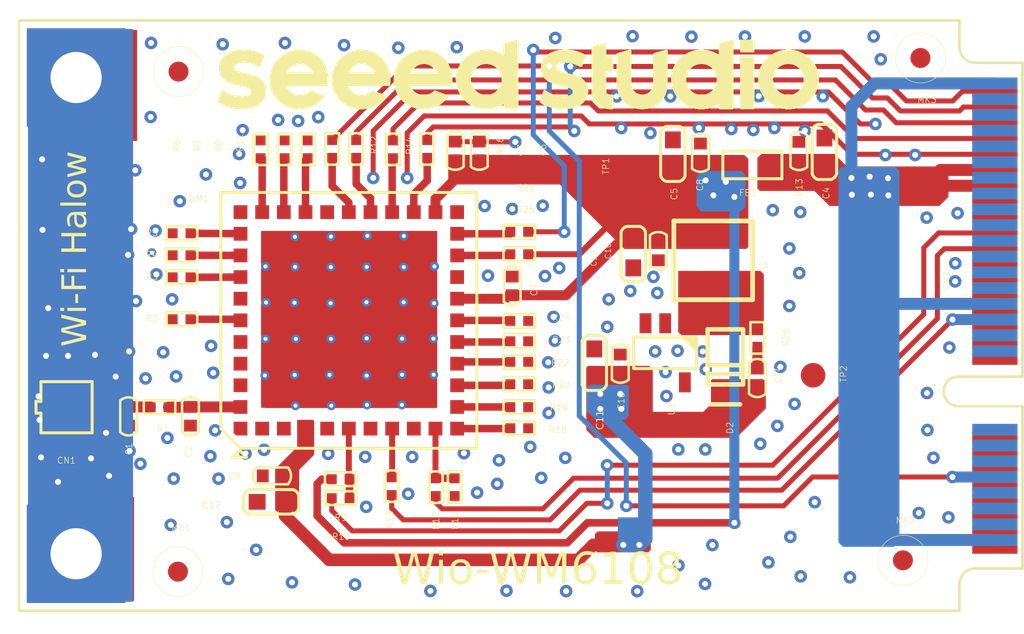
<source format=kicad_pcb>
(kicad_pcb
	(version 20240108)
	(generator "pcbnew")
	(generator_version "8.0")
	(general
		(thickness 1.6)
		(legacy_teardrops no)
	)
	(paper "A4")
	(layers
		(0 "F.Cu" signal "Top")
		(31 "B.Cu" signal "Bottom")
		(32 "B.Adhes" user "B.Adhesive")
		(33 "F.Adhes" user "F.Adhesive")
		(34 "B.Paste" user "Paste Mask Bottom")
		(35 "F.Paste" user "Paste Mask Top")
		(36 "B.SilkS" user "Silkscreen Bottom")
		(37 "F.SilkS" user "Silkscreen Top")
		(38 "B.Mask" user "Solder Mask Bottom")
		(39 "F.Mask" user "Solder Mask Top")
		(40 "Dwgs.User" user "Layer_10")
		(41 "Cmts.User" user "User.Comments")
		(42 "Eco1.User" user "User.Eco1")
		(43 "Eco2.User" user "Layer_11")
		(44 "Edge.Cuts" user)
		(45 "Margin" user)
		(46 "B.CrtYd" user "B.Courtyard")
		(47 "F.CrtYd" user "F.Courtyard")
		(48 "B.Fab" user "Layer_13")
		(49 "F.Fab" user "Layer_12")
		(50 "User.1" user "Assembly Drawing Top")
		(51 "User.2" user "Assembly Drawing Bottom")
		(52 "User.3" user "Layer_3")
		(53 "User.4" user "Layer_4")
		(54 "User.5" user "Layer_5")
		(55 "User.6" user "Layer_6")
		(56 "User.7" user "Layer_7")
		(57 "User.8" user "Layer_8")
		(58 "User.9" user "Layer_9")
	)
	(setup
		(pad_to_mask_clearance 0.1016)
		(allow_soldermask_bridges_in_footprints no)
		(aux_axis_origin -57.8739 337.4536)
		(grid_origin -57.8739 337.4536)
		(pcbplotparams
			(layerselection 0x00010fc_ffffffff)
			(plot_on_all_layers_selection 0x0000000_00000000)
			(disableapertmacros no)
			(usegerberextensions no)
			(usegerberattributes yes)
			(usegerberadvancedattributes yes)
			(creategerberjobfile yes)
			(dashed_line_dash_ratio 12.000000)
			(dashed_line_gap_ratio 3.000000)
			(svgprecision 4)
			(plotframeref no)
			(viasonmask no)
			(mode 1)
			(useauxorigin no)
			(hpglpennumber 1)
			(hpglpenspeed 20)
			(hpglpendiameter 15.000000)
			(pdf_front_fp_property_popups yes)
			(pdf_back_fp_property_popups yes)
			(dxfpolygonmode yes)
			(dxfimperialunits yes)
			(dxfusepcbnewfont yes)
			(psnegative no)
			(psa4output no)
			(plotreference yes)
			(plotvalue yes)
			(plotfptext yes)
			(plotinvisibletext no)
			(sketchpadsonfab no)
			(subtractmaskfromsilk no)
			(outputformat 1)
			(mirror no)
			(drillshape 1)
			(scaleselection 1)
			(outputdirectory "")
		)
	)
	(net 0 "")
	(net 1 "WAKEUP_IN")
	(net 2 "SPI_MOSI")
	(net 3 "SPI_MISO")
	(net 4 "SPI_INT")
	(net 5 "SPI_CS")
	(net 6 "SPI_CLK")
	(net 7 "RESET")
	(net 8 "PCIE_3V3")
	(net 9 "N33866136")
	(net 10 "N33862302")
	(net 11 "N33846703")
	(net 12 "N33846697")
	(net 13 "N33846695")
	(net 14 "N33846693")
	(net 15 "N33846691")
	(net 16 "N33846689")
	(net 17 "N33846648")
	(net 18 "N33846450")
	(net 19 "N33846429")
	(net 20 "N33846406")
	(net 21 "N33846306")
	(net 22 "N33846279")
	(net 23 "N33846257")
	(net 24 "N33846219")
	(net 25 "MOD_WAKEUP_IN")
	(net 26 "MOD_SPI_SCK")
	(net 27 "MOD_SPI_MOSI")
	(net 28 "MOD_SPI_MISO")
	(net 29 "MOD_SPI_CS")
	(net 30 "MOD_RESET")
	(net 31 "MOD_INT")
	(net 32 "MOD_BUSY")
	(net 33 "MOD_5V")
	(net 34 "MOD_3V3")
	(net 35 "GND")
	(net 36 "BUSY")
	(net 37 "ANT_WIFI")
	(net 38 "ANT_MOD")
	(footprint "C0402M" (layer "F.Cu") (at 160.5165 108.1672 -90))
	(footprint "R0402" (layer "F.Cu") (at 141.9491 113.6692 90))
	(footprint "SOT-23-5" (layer "F.Cu") (at 155.8361 106.8936 90))
	(footprint "C0402M" (layer "F.Cu") (at 135.8785 113.1456 180))
	(footprint "R0402" (layer "F.Cu") (at 138.9265 96.534 90))
	(footprint "C0603" (layer "F.Cu") (at 135.8277 114.4664 180))
	(footprint "C0402M" (layer "F.Cu") (at 128.5887 110.1164 -90))
	(footprint "FGH100M-H" (layer "F.Cu") (at 139.7727 105.2444 90))
	(footprint "R0402" (layer "F.Cu") (at 139.3583 114.2788))
	(footprint "C0402M" (layer "F.Cu") (at 148.0689 103.4936 90))
	(footprint "CON_U.FL-R-SMT-1" (layer "F.Cu") (at 125.4391 109.6592 90))
	(footprint "R0402" (layer "F.Cu") (at 148.4261 106.3044 180))
	(footprint "R0402" (layer "F.Cu") (at 130.1635 109.6592))
	(footprint "R0402" (layer "F.Cu") (at 131.2811 100.82 180))
	(footprint "C0402M" (layer "F.Cu") (at 157.6261 96.7336 90))
	(footprint "PL_SWPA4018" (layer "F.Cu") (at 158.2761 102.1936 -90))
	(footprint "MARK" (layer "F.Cu") (at 131.0961 118.0136))
	(footprint "R0402" (layer "F.Cu") (at 131.2811 103.0552 180))
	(footprint "R0402" (layer "F.Cu") (at 135.2943 96.5528 90))
	(footprint "TP_1MM25" (layer "F.Cu") (at 163.3461 108.0336))
	(footprint "MARK" (layer "F.Cu") (at 131.1261 92.6036))
	(footprint "R0402" (layer "F.Cu") (at 137.6819 96.5528 90))
	(footprint "R0402" (layer "F.Cu") (at 143.7525 96.534 90))
	(footprint "R0402" (layer "F.Cu") (at 148.4261 110.726 180))
	(footprint "MARK" (layer "F.Cu") (at 167.9079 117.4382))
	(footprint "C0603" (layer "F.Cu") (at 152.2361 107.4052 90))
	(footprint "R0402" (layer "F.Cu") (at 144.1843 113.72 90))
	(footprint "SOD123FL" (layer "F.Cu") (at 158.8909 107.1004 -90))
	(footprint "C0402M" (layer "F.Cu") (at 153.5569 107.456 90))
	(footprint "C0603" (layer "F.Cu") (at 154.2173 101.868 -90))
	(footprint "R0402" (layer "F.Cu") (at 136.5135 96.5528 90))
	(footprint "FB0603" (layer "F.Cu") (at 160.2625 97.3468 180))
	(footprint "CON_MINI_PCIE_A" (layer "F.Cu") (at 170.7261 108.8536))
	(footprint "MARK" (layer "F.Cu") (at 168.7969 91.9112))
	(footprint "R0402" (layer "F.Cu") (at 139.3583 113.3136))
	(footprint "C0402M" (layer "F.Cu") (at 146.3961 96.6336 90))
	(footprint "R0402" (layer "F.Cu") (at 142.0127 96.5528 90))
	(footprint "R0402" (layer "F.Cu") (at 148.4261 107.3544 180))
	(footprint "R0402" (layer "F.Cu") (at 131.2811 105.1888 180))
	(footprint "C0603" (layer "F.Cu") (at 156.2261 96.7836 90))
	(footprint "R0402" (layer "F.Cu") (at 148.4261 109.6544 180))
	(footprint "R0402" (layer "F.Cu") (at 140.1457 96.534 90))
	(footprint "R0402" (layer "F.Cu") (at 148.4261 108.4908 180))
	(footprint "R0402" (layer "F.Cu") (at 131.2811 101.9376 180))
	(footprint "R0402" (layer "F.Cu") (at 145.1495 113.72 90))
	(footprint "C0402M"
		(layer "F.Cu")
		(uuid "c6fb7017-6bd4-4b91-a6af-389b8d4cb5a5")
		(at 145.1749 96.6356 90)
		(property "Reference" "C3"
			(at -0.28282 3.531364 90)
			(unlocked yes)
			(layer "F.SilkS")
			(uuid "8a858e0b-9933-44a6-88b0-290ea3a511cc")
			(effects
				(font
					(size 0.3175 0.3175)
					(thickness 0.03175)
				)
				(justify left bottom)
			)
		)
		(property "Value" "C0402M"
			(at -1.94564 -5.056892 90)
			(unlocked yes)
			(layer "F.SilkS")
			(hide yes)
			(uuid "79f15c0e-9e38-4f79-b0d5-cab60cb7b983")
			(effects
				(font
					(face "Arial")
					(size 0.360045 0.360045)
					(thickness 0.254)
				)
				(justify left bottom)
			)
			(render_cache "C0402M" 90
				(polygon
					(pts
						(xy 139.927355 98.28348) (xy 139.939491 98.235466) (xy 139.957537 98.240781) (xy 139.974192 98.247272)
						(xy 139.992342 98.256615) (xy 140.008488 98.267652) (xy 140.022631 98.280383) (xy 140.030947 98.289812)
						(xy 140.041646 98.305102) (xy 140.050131 98.321622) (xy 140.056403 98.339373) (xy 140.060461 98.358354)
						(xy 140.062306 98.378566) (xy 140.062429 98.385577) (xy 140.061842 98.403372) (xy 140.059592 98.423314)
						(xy 140.055653 98.441718) (xy 140.050026 98.458581) (xy 140.041328 98.476309) (xy 140.038421 98.48099
... [5456750 chars truncated]
</source>
